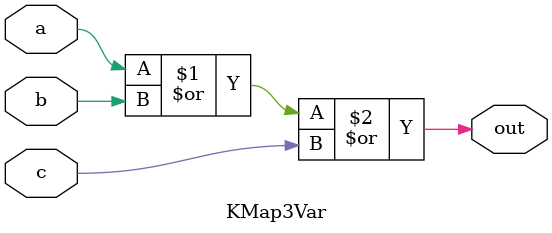
<source format=v>
module KMap3Var (
    input a,
    input b,
    input c,
    output out
);
    /*
    bc\a 0 1
    --------
    00   0 1
    01   1 1
    11   1 1
    10   1 1
    */

    assign out = a | b | c;
endmodule
</source>
